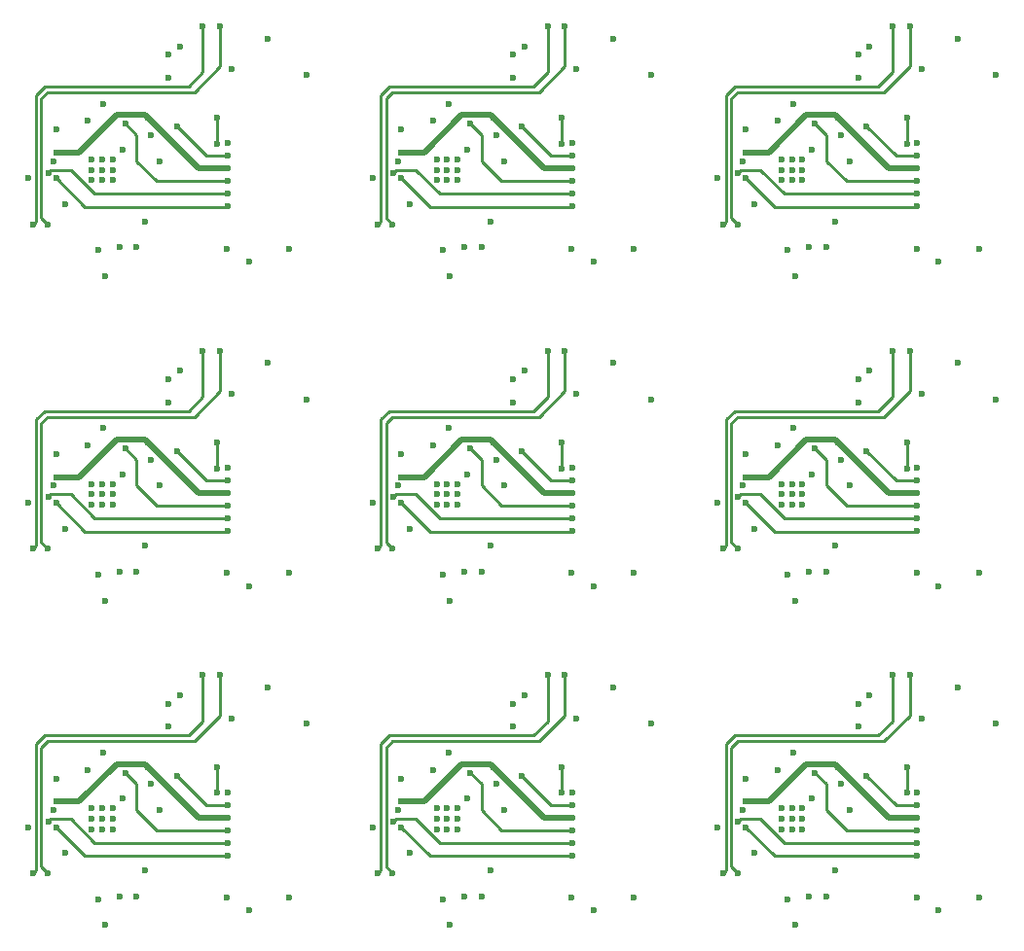
<source format=gbl>
%FSLAX46Y46*%
%MOMM*%
%ADD10C,0.250000*%
%ADD11C,0.500000*%
%AMPS12*
1,1,0.600000,0.000000,0.000000*
%
%ADD12PS12*%
G01*
%LPD*%
G01*
%LPD*%
D10*
X47305000Y42445000D02*
X49150000Y42445000D01*
D11*
X46655000Y41345000D02*
X49150000Y41345000D01*
D11*
X39500000Y46000000D02*
X36250000Y42750000D01*
D10*
X47000000Y49750000D02*
X47000000Y53750000D01*
D10*
X44750000Y45000000D02*
X47305000Y42445000D01*
D10*
X41250000Y44250000D02*
X41250000Y42000000D01*
D10*
X41250000Y42000000D02*
X43000000Y40250000D01*
D10*
X37605000Y39145000D02*
X35500000Y41250000D01*
D10*
X48500000Y50250000D02*
X48500000Y53750000D01*
D10*
X34250000Y40500000D02*
X36750000Y38000000D01*
D11*
X36250000Y42750000D02*
X34250000Y42750000D01*
D10*
X43000000Y40250000D02*
X49150000Y40250000D01*
D10*
X48250000Y45750000D02*
X48250000Y43500000D01*
D10*
X33799989Y41250000D02*
X33549989Y41000000D01*
D10*
X45750000Y48500000D02*
X47000000Y49750000D01*
D10*
X32500000Y47750000D02*
X33250000Y48500000D01*
D10*
X36750000Y38000000D02*
X49105000Y38000000D01*
D10*
X49105000Y38000000D02*
X49150000Y38045000D01*
D10*
X33500000Y36500000D02*
X32944989Y37055011D01*
D11*
X42250000Y45750000D02*
X46655000Y41345000D01*
D10*
X32500000Y36750000D02*
X32500000Y47750000D01*
D10*
X33250000Y48500000D02*
X45750000Y48500000D01*
D10*
X46250000Y48000000D02*
X48500000Y50250000D01*
D11*
X39500000Y46000000D02*
X42000000Y46000000D01*
D10*
X32944989Y37055011D02*
X32944989Y47444989D01*
D10*
X32944989Y47444989D02*
X33500000Y48000000D01*
D10*
X32250000Y36500000D02*
X32500000Y36750000D01*
D10*
X33500000Y48000000D02*
X46250000Y48000000D01*
D10*
X40250000Y45250000D02*
X41250000Y44250000D01*
D10*
X35500000Y41250000D02*
X33799989Y41250000D01*
D10*
X49150000Y39145000D02*
X37605000Y39145000D01*
D11*
X42000000Y46000000D02*
X42250000Y45750000D01*
D10*
X77305000Y42445000D02*
X79150000Y42445000D01*
D11*
X76655000Y41345000D02*
X79150000Y41345000D01*
D11*
X69500000Y46000000D02*
X66250000Y42750000D01*
D10*
X77000000Y49750000D02*
X77000000Y53750000D01*
D10*
X74750000Y45000000D02*
X77305000Y42445000D01*
D10*
X71250000Y44250000D02*
X71250000Y42000000D01*
D10*
X71250000Y42000000D02*
X73000000Y40250000D01*
D10*
X67605000Y39145000D02*
X65500000Y41250000D01*
D10*
X78500000Y50250000D02*
X78500000Y53750000D01*
D10*
X64250000Y40500000D02*
X66750000Y38000000D01*
D11*
X66250000Y42750000D02*
X64250000Y42750000D01*
D10*
X73000000Y40250000D02*
X79150000Y40250000D01*
D10*
X78250000Y45750000D02*
X78250000Y43500000D01*
D10*
X63799989Y41250000D02*
X63549989Y41000000D01*
D10*
X75750000Y48500000D02*
X77000000Y49750000D01*
D10*
X62500000Y47750000D02*
X63250000Y48500000D01*
D10*
X66750000Y38000000D02*
X79105000Y38000000D01*
D10*
X79105000Y38000000D02*
X79150000Y38045000D01*
D10*
X63500000Y36500000D02*
X62944989Y37055011D01*
D11*
X72250000Y45750000D02*
X76655000Y41345000D01*
D10*
X62500000Y36750000D02*
X62500000Y47750000D01*
D10*
X63250000Y48500000D02*
X75750000Y48500000D01*
D10*
X76250000Y48000000D02*
X78500000Y50250000D01*
D11*
X69500000Y46000000D02*
X72000000Y46000000D01*
D10*
X62944989Y37055011D02*
X62944989Y47444989D01*
D10*
X62944989Y47444989D02*
X63500000Y48000000D01*
D10*
X62250000Y36500000D02*
X62500000Y36750000D01*
D10*
X63500000Y48000000D02*
X76250000Y48000000D01*
D10*
X70250000Y45250000D02*
X71250000Y44250000D01*
D10*
X65500000Y41250000D02*
X63799989Y41250000D01*
D10*
X79150000Y39145000D02*
X67605000Y39145000D01*
D11*
X72000000Y46000000D02*
X72250000Y45750000D01*
D10*
X77305000Y14195000D02*
X79150000Y14195000D01*
D11*
X76655000Y13095000D02*
X79150000Y13095000D01*
D11*
X69500000Y17750000D02*
X66250000Y14500000D01*
D10*
X77000000Y21500000D02*
X77000000Y25500000D01*
D10*
X74750000Y16750000D02*
X77305000Y14195000D01*
D10*
X71250000Y16000000D02*
X71250000Y13750000D01*
D10*
X71250000Y13750000D02*
X73000000Y12000000D01*
D10*
X67605000Y10895000D02*
X65500000Y13000000D01*
D10*
X78500000Y22000000D02*
X78500000Y25500000D01*
D10*
X64250000Y12250000D02*
X66750000Y9750000D01*
D11*
X66250000Y14500000D02*
X64250000Y14500000D01*
D10*
X73000000Y12000000D02*
X79150000Y12000000D01*
D10*
X78250000Y17500000D02*
X78250000Y15250000D01*
D10*
X63799989Y13000000D02*
X63549989Y12750000D01*
D10*
X75750000Y20250000D02*
X77000000Y21500000D01*
D10*
X62500000Y19500000D02*
X63250000Y20250000D01*
D10*
X66750000Y9750000D02*
X79105000Y9750000D01*
D10*
X79105000Y9750000D02*
X79150000Y9795000D01*
D10*
X63500000Y8250000D02*
X62944989Y8805011D01*
D11*
X72250000Y17500000D02*
X76655000Y13095000D01*
D10*
X62500000Y8500000D02*
X62500000Y19500000D01*
D10*
X63250000Y20250000D02*
X75750000Y20250000D01*
D10*
X76250000Y19750000D02*
X78500000Y22000000D01*
D11*
X69500000Y17750000D02*
X72000000Y17750000D01*
D10*
X62944989Y8805011D02*
X62944989Y19194989D01*
D10*
X62944989Y19194989D02*
X63500000Y19750000D01*
D10*
X62250000Y8250000D02*
X62500000Y8500000D01*
D10*
X63500000Y19750000D02*
X76250000Y19750000D01*
D10*
X70250000Y17000000D02*
X71250000Y16000000D01*
D10*
X65500000Y13000000D02*
X63799989Y13000000D01*
D10*
X79150000Y10895000D02*
X67605000Y10895000D01*
D11*
X72000000Y17750000D02*
X72250000Y17500000D01*
D10*
X47305000Y70695000D02*
X49150000Y70695000D01*
D11*
X46655000Y69595000D02*
X49150000Y69595000D01*
D11*
X39500000Y74250000D02*
X36250000Y71000000D01*
D10*
X47000000Y78000000D02*
X47000000Y82000000D01*
D10*
X44750000Y73250000D02*
X47305000Y70695000D01*
D10*
X41250000Y72500000D02*
X41250000Y70250000D01*
D10*
X41250000Y70250000D02*
X43000000Y68500000D01*
D10*
X37605000Y67395000D02*
X35500000Y69500000D01*
D10*
X48500000Y78500000D02*
X48500000Y82000000D01*
D10*
X34250000Y68750000D02*
X36750000Y66250000D01*
D11*
X36250000Y71000000D02*
X34250000Y71000000D01*
D10*
X43000000Y68500000D02*
X49150000Y68500000D01*
D10*
X48250000Y74000000D02*
X48250000Y71750000D01*
D10*
X33799989Y69500000D02*
X33549989Y69250000D01*
D10*
X45750000Y76750000D02*
X47000000Y78000000D01*
D10*
X32500000Y76000000D02*
X33250000Y76750000D01*
D10*
X36750000Y66250000D02*
X49105000Y66250000D01*
D10*
X49105000Y66250000D02*
X49150000Y66295000D01*
D10*
X33500000Y64750000D02*
X32944989Y65305011D01*
D11*
X42250000Y74000000D02*
X46655000Y69595000D01*
D10*
X32500000Y65000000D02*
X32500000Y76000000D01*
D10*
X33250000Y76750000D02*
X45750000Y76750000D01*
D10*
X46250000Y76250000D02*
X48500000Y78500000D01*
D11*
X39500000Y74250000D02*
X42000000Y74250000D01*
D10*
X32944989Y65305011D02*
X32944989Y75694989D01*
D10*
X32944989Y75694989D02*
X33500000Y76250000D01*
D10*
X32250000Y64750000D02*
X32500000Y65000000D01*
D10*
X33500000Y76250000D02*
X46250000Y76250000D01*
D10*
X40250000Y73500000D02*
X41250000Y72500000D01*
D10*
X35500000Y69500000D02*
X33799989Y69500000D01*
D10*
X49150000Y67395000D02*
X37605000Y67395000D01*
D11*
X42000000Y74250000D02*
X42250000Y74000000D01*
D10*
X17305000Y70695000D02*
X19150000Y70695000D01*
D11*
X16655000Y69595000D02*
X19150000Y69595000D01*
D11*
X9500000Y74250000D02*
X6250000Y71000000D01*
D10*
X17000000Y78000000D02*
X17000000Y82000000D01*
D10*
X14750000Y73250000D02*
X17305000Y70695000D01*
D10*
X11250000Y72500000D02*
X11250000Y70250000D01*
D10*
X11250000Y70250000D02*
X13000000Y68500000D01*
D10*
X7605000Y67395000D02*
X5500000Y69500000D01*
D10*
X18500000Y78500000D02*
X18500000Y82000000D01*
D10*
X4250000Y68750000D02*
X6750000Y66250000D01*
D11*
X6250000Y71000000D02*
X4250000Y71000000D01*
D10*
X13000000Y68500000D02*
X19150000Y68500000D01*
D10*
X18250000Y74000000D02*
X18250000Y71750000D01*
D10*
X3799989Y69500000D02*
X3549989Y69250000D01*
D10*
X15750000Y76750000D02*
X17000000Y78000000D01*
D10*
X2500000Y76000000D02*
X3250000Y76750000D01*
D10*
X6750000Y66250000D02*
X19105000Y66250000D01*
D10*
X19105000Y66250000D02*
X19150000Y66295000D01*
D10*
X3500000Y64750000D02*
X2944989Y65305011D01*
D11*
X12250000Y74000000D02*
X16655000Y69595000D01*
D10*
X2500000Y65000000D02*
X2500000Y76000000D01*
D10*
X3250000Y76750000D02*
X15750000Y76750000D01*
D10*
X16250000Y76250000D02*
X18500000Y78500000D01*
D11*
X9500000Y74250000D02*
X12000000Y74250000D01*
D10*
X2944989Y65305011D02*
X2944989Y75694989D01*
D10*
X2944989Y75694989D02*
X3500000Y76250000D01*
D10*
X2250000Y64750000D02*
X2500000Y65000000D01*
D10*
X3500000Y76250000D02*
X16250000Y76250000D01*
D10*
X10250000Y73500000D02*
X11250000Y72500000D01*
D10*
X5500000Y69500000D02*
X3799989Y69500000D01*
D10*
X19150000Y67395000D02*
X7605000Y67395000D01*
D11*
X12000000Y74250000D02*
X12250000Y74000000D01*
D10*
X17305000Y42445000D02*
X19150000Y42445000D01*
D11*
X16655000Y41345000D02*
X19150000Y41345000D01*
D11*
X9500000Y46000000D02*
X6250000Y42750000D01*
D10*
X17000000Y49750000D02*
X17000000Y53750000D01*
D10*
X14750000Y45000000D02*
X17305000Y42445000D01*
D10*
X11250000Y44250000D02*
X11250000Y42000000D01*
D10*
X11250000Y42000000D02*
X13000000Y40250000D01*
D10*
X7605000Y39145000D02*
X5500000Y41250000D01*
D10*
X18500000Y50250000D02*
X18500000Y53750000D01*
D10*
X4250000Y40500000D02*
X6750000Y38000000D01*
D11*
X6250000Y42750000D02*
X4250000Y42750000D01*
D10*
X13000000Y40250000D02*
X19150000Y40250000D01*
D10*
X18250000Y45750000D02*
X18250000Y43500000D01*
D10*
X3799989Y41250000D02*
X3549989Y41000000D01*
D10*
X15750000Y48500000D02*
X17000000Y49750000D01*
D10*
X2500000Y47750000D02*
X3250000Y48500000D01*
D10*
X6750000Y38000000D02*
X19105000Y38000000D01*
D10*
X19105000Y38000000D02*
X19150000Y38045000D01*
D10*
X3500000Y36500000D02*
X2944989Y37055011D01*
D11*
X12250000Y45750000D02*
X16655000Y41345000D01*
D10*
X2500000Y36750000D02*
X2500000Y47750000D01*
D10*
X3250000Y48500000D02*
X15750000Y48500000D01*
D10*
X16250000Y48000000D02*
X18500000Y50250000D01*
D11*
X9500000Y46000000D02*
X12000000Y46000000D01*
D10*
X2944989Y37055011D02*
X2944989Y47444989D01*
D10*
X2944989Y47444989D02*
X3500000Y48000000D01*
D10*
X2250000Y36500000D02*
X2500000Y36750000D01*
D10*
X3500000Y48000000D02*
X16250000Y48000000D01*
D10*
X10250000Y45250000D02*
X11250000Y44250000D01*
D10*
X5500000Y41250000D02*
X3799989Y41250000D01*
D10*
X19150000Y39145000D02*
X7605000Y39145000D01*
D11*
X12000000Y46000000D02*
X12250000Y45750000D01*
D10*
X47305000Y14195000D02*
X49150000Y14195000D01*
D11*
X46655000Y13095000D02*
X49150000Y13095000D01*
D11*
X39500000Y17750000D02*
X36250000Y14500000D01*
D10*
X47000000Y21500000D02*
X47000000Y25500000D01*
D10*
X44750000Y16750000D02*
X47305000Y14195000D01*
D10*
X41250000Y16000000D02*
X41250000Y13750000D01*
D10*
X41250000Y13750000D02*
X43000000Y12000000D01*
D10*
X37605000Y10895000D02*
X35500000Y13000000D01*
D10*
X48500000Y22000000D02*
X48500000Y25500000D01*
D10*
X34250000Y12250000D02*
X36750000Y9750000D01*
D11*
X36250000Y14500000D02*
X34250000Y14500000D01*
D10*
X43000000Y12000000D02*
X49150000Y12000000D01*
D10*
X48250000Y17500000D02*
X48250000Y15250000D01*
D10*
X33799989Y13000000D02*
X33549989Y12750000D01*
D10*
X45750000Y20250000D02*
X47000000Y21500000D01*
D10*
X32500000Y19500000D02*
X33250000Y20250000D01*
D10*
X36750000Y9750000D02*
X49105000Y9750000D01*
D10*
X49105000Y9750000D02*
X49150000Y9795000D01*
D10*
X33500000Y8250000D02*
X32944989Y8805011D01*
D11*
X42250000Y17500000D02*
X46655000Y13095000D01*
D10*
X32500000Y8500000D02*
X32500000Y19500000D01*
D10*
X33250000Y20250000D02*
X45750000Y20250000D01*
D10*
X46250000Y19750000D02*
X48500000Y22000000D01*
D11*
X39500000Y17750000D02*
X42000000Y17750000D01*
D10*
X32944989Y8805011D02*
X32944989Y19194989D01*
D10*
X32944989Y19194989D02*
X33500000Y19750000D01*
D10*
X32250000Y8250000D02*
X32500000Y8500000D01*
D10*
X33500000Y19750000D02*
X46250000Y19750000D01*
D10*
X40250000Y17000000D02*
X41250000Y16000000D01*
D10*
X35500000Y13000000D02*
X33799989Y13000000D01*
D10*
X49150000Y10895000D02*
X37605000Y10895000D01*
D11*
X42000000Y17750000D02*
X42250000Y17500000D01*
D10*
X17305000Y14195000D02*
X19150000Y14195000D01*
D11*
X16655000Y13095000D02*
X19150000Y13095000D01*
D11*
X9500000Y17750000D02*
X6250000Y14500000D01*
D10*
X17000000Y21500000D02*
X17000000Y25500000D01*
D10*
X14750000Y16750000D02*
X17305000Y14195000D01*
D10*
X11250000Y16000000D02*
X11250000Y13750000D01*
D10*
X11250000Y13750000D02*
X13000000Y12000000D01*
D10*
X7605000Y10895000D02*
X5500000Y13000000D01*
D10*
X18500000Y22000000D02*
X18500000Y25500000D01*
D10*
X4250000Y12250000D02*
X6750000Y9750000D01*
D11*
X6250000Y14500000D02*
X4250000Y14500000D01*
D10*
X13000000Y12000000D02*
X19150000Y12000000D01*
D10*
X18250000Y17500000D02*
X18250000Y15250000D01*
D10*
X3799989Y13000000D02*
X3549989Y12750000D01*
D10*
X15750000Y20250000D02*
X17000000Y21500000D01*
D10*
X2500000Y19500000D02*
X3250000Y20250000D01*
D10*
X6750000Y9750000D02*
X19105000Y9750000D01*
D10*
X19105000Y9750000D02*
X19150000Y9795000D01*
D10*
X3500000Y8250000D02*
X2944989Y8805011D01*
D11*
X12250000Y17500000D02*
X16655000Y13095000D01*
D10*
X2500000Y8500000D02*
X2500000Y19500000D01*
D10*
X3250000Y20250000D02*
X15750000Y20250000D01*
D10*
X16250000Y19750000D02*
X18500000Y22000000D01*
D11*
X9500000Y17750000D02*
X12000000Y17750000D01*
D10*
X2944989Y8805011D02*
X2944989Y19194989D01*
D10*
X2944989Y19194989D02*
X3500000Y19750000D01*
D10*
X2250000Y8250000D02*
X2500000Y8500000D01*
D10*
X3500000Y19750000D02*
X16250000Y19750000D01*
D10*
X10250000Y17000000D02*
X11250000Y16000000D01*
D10*
X5500000Y13000000D02*
X3799989Y13000000D01*
D10*
X19150000Y10895000D02*
X7605000Y10895000D01*
D11*
X12000000Y17750000D02*
X12250000Y17500000D01*
D10*
X77305000Y70695000D02*
X79150000Y70695000D01*
D11*
X76655000Y69595000D02*
X79150000Y69595000D01*
D11*
X69500000Y74250000D02*
X66250000Y71000000D01*
D10*
X77000000Y78000000D02*
X77000000Y82000000D01*
D10*
X74750000Y73250000D02*
X77305000Y70695000D01*
D10*
X71250000Y72500000D02*
X71250000Y70250000D01*
D10*
X71250000Y70250000D02*
X73000000Y68500000D01*
D10*
X67605000Y67395000D02*
X65500000Y69500000D01*
D10*
X78500000Y78500000D02*
X78500000Y82000000D01*
D10*
X64250000Y68750000D02*
X66750000Y66250000D01*
D11*
X66250000Y71000000D02*
X64250000Y71000000D01*
D10*
X73000000Y68500000D02*
X79150000Y68500000D01*
D10*
X78250000Y74000000D02*
X78250000Y71750000D01*
D10*
X63799989Y69500000D02*
X63549989Y69250000D01*
D10*
X75750000Y76750000D02*
X77000000Y78000000D01*
D10*
X62500000Y76000000D02*
X63250000Y76750000D01*
D10*
X66750000Y66250000D02*
X79105000Y66250000D01*
D10*
X79105000Y66250000D02*
X79150000Y66295000D01*
D10*
X63500000Y64750000D02*
X62944989Y65305011D01*
D11*
X72250000Y74000000D02*
X76655000Y69595000D01*
D10*
X62500000Y65000000D02*
X62500000Y76000000D01*
D10*
X63250000Y76750000D02*
X75750000Y76750000D01*
D10*
X76250000Y76250000D02*
X78500000Y78500000D01*
D11*
X69500000Y74250000D02*
X72000000Y74250000D01*
D10*
X62944989Y65305011D02*
X62944989Y75694989D01*
D10*
X62944989Y75694989D02*
X63500000Y76250000D01*
D10*
X62250000Y64750000D02*
X62500000Y65000000D01*
D10*
X63500000Y76250000D02*
X76250000Y76250000D01*
D10*
X70250000Y73500000D02*
X71250000Y72500000D01*
D10*
X65500000Y69500000D02*
X63799989Y69500000D01*
D10*
X79150000Y67395000D02*
X67605000Y67395000D01*
D11*
X72000000Y74250000D02*
X72250000Y74000000D01*
G75*
D12*
X48250000Y43500000D03*
D12*
X51000000Y33250000D03*
D12*
X38250000Y42150000D03*
D12*
X49150000Y42445000D03*
D12*
X39150000Y40350000D03*
D12*
X47000000Y53750000D03*
D12*
X48500000Y53750000D03*
D12*
X34250000Y42750000D03*
D12*
X40000000Y43000000D03*
D12*
X34250000Y40500000D03*
D12*
X33549989Y41000000D03*
D12*
X44000000Y49250000D03*
D12*
X56000000Y49500000D03*
D12*
X37895000Y34250000D03*
D12*
X38500000Y32000000D03*
D12*
X48250000Y45750000D03*
D12*
X39150000Y41250000D03*
D12*
X49500000Y50000000D03*
D12*
X42000000Y36750000D03*
D12*
X37350000Y40350000D03*
D12*
X43250000Y42000000D03*
D12*
X40250000Y45250000D03*
D12*
X38250000Y41250000D03*
D12*
X42250000Y45750000D03*
D12*
X39150000Y42150000D03*
D12*
X35000000Y38250000D03*
D12*
X31780025Y40500000D03*
D12*
X34250000Y44750000D03*
D12*
X42500000Y44250000D03*
D12*
X39750000Y34500000D03*
D12*
X37000000Y45500000D03*
D12*
X38250000Y40350000D03*
D12*
X54500000Y34375000D03*
D12*
X37350000Y41250000D03*
D12*
X38375000Y47000000D03*
D12*
X49150000Y43545000D03*
D12*
X49100000Y34375000D03*
D12*
X49150000Y38045000D03*
D12*
X45000000Y52000000D03*
D12*
X34000000Y42000000D03*
D12*
X49150000Y41345000D03*
D12*
X49150000Y39145000D03*
D12*
X49150000Y40250000D03*
D12*
X33500000Y36500000D03*
D12*
X44750000Y45000000D03*
D12*
X41250000Y34500000D03*
D12*
X52674944Y52675008D03*
D12*
X32250000Y36500000D03*
D12*
X37350000Y42150000D03*
D12*
X44000000Y51250000D03*
D12*
X78250000Y43500000D03*
D12*
X81000000Y33250000D03*
D12*
X68250000Y42150000D03*
D12*
X79150000Y42445000D03*
D12*
X69150000Y40350000D03*
D12*
X77000000Y53750000D03*
D12*
X78500000Y53750000D03*
D12*
X64250000Y42750000D03*
D12*
X70000000Y43000000D03*
D12*
X64250000Y40500000D03*
D12*
X63549989Y41000000D03*
D12*
X74000000Y49250000D03*
D12*
X86000000Y49500000D03*
D12*
X67895000Y34250000D03*
D12*
X68500000Y32000000D03*
D12*
X78250000Y45750000D03*
D12*
X69150000Y41250000D03*
D12*
X79500000Y50000000D03*
D12*
X72000000Y36750000D03*
D12*
X67350000Y40350000D03*
D12*
X73250000Y42000000D03*
D12*
X70250000Y45250000D03*
D12*
X68250000Y41250000D03*
D12*
X72250000Y45750000D03*
D12*
X69150000Y42150000D03*
D12*
X65000000Y38250000D03*
D12*
X61780025Y40500000D03*
D12*
X64250000Y44750000D03*
D12*
X72500000Y44250000D03*
D12*
X69750000Y34500000D03*
D12*
X67000000Y45500000D03*
D12*
X68250000Y40350000D03*
D12*
X84500000Y34375000D03*
D12*
X67350000Y41250000D03*
D12*
X68375000Y47000000D03*
D12*
X79150000Y43545000D03*
D12*
X79100000Y34375000D03*
D12*
X79150000Y38045000D03*
D12*
X75000000Y52000000D03*
D12*
X64000000Y42000000D03*
D12*
X79150000Y41345000D03*
D12*
X79150000Y39145000D03*
D12*
X79150000Y40250000D03*
D12*
X63500000Y36500000D03*
D12*
X74750000Y45000000D03*
D12*
X71250000Y34500000D03*
D12*
X82674944Y52675008D03*
D12*
X62250000Y36500000D03*
D12*
X67350000Y42150000D03*
D12*
X74000000Y51250000D03*
D12*
X78250000Y15250000D03*
D12*
X81000000Y5000000D03*
D12*
X68250000Y13900000D03*
D12*
X79150000Y14195000D03*
D12*
X69150000Y12100000D03*
D12*
X77000000Y25500000D03*
D12*
X78500000Y25500000D03*
D12*
X64250000Y14500000D03*
D12*
X70000000Y14750000D03*
D12*
X64250000Y12250000D03*
D12*
X63549989Y12750000D03*
D12*
X74000000Y21000000D03*
D12*
X86000000Y21250000D03*
D12*
X67895000Y6000000D03*
D12*
X68500000Y3750000D03*
D12*
X78250000Y17500000D03*
D12*
X69150000Y13000000D03*
D12*
X79500000Y21750000D03*
D12*
X72000000Y8500000D03*
D12*
X67350000Y12100000D03*
D12*
X73250000Y13750000D03*
D12*
X70250000Y17000000D03*
D12*
X68250000Y13000000D03*
D12*
X72250000Y17500000D03*
D12*
X69150000Y13900000D03*
D12*
X65000000Y10000000D03*
D12*
X61780025Y12250000D03*
D12*
X64250000Y16500000D03*
D12*
X72500000Y16000000D03*
D12*
X69750000Y6250000D03*
D12*
X67000000Y17250000D03*
D12*
X68250000Y12100000D03*
D12*
X84500000Y6125000D03*
D12*
X67350000Y13000000D03*
D12*
X68375000Y18750000D03*
D12*
X79150000Y15295000D03*
D12*
X79100000Y6125000D03*
D12*
X79150000Y9795000D03*
D12*
X75000000Y23750000D03*
D12*
X64000000Y13750000D03*
D12*
X79150000Y13095000D03*
D12*
X79150000Y10895000D03*
D12*
X79150000Y12000000D03*
D12*
X63500000Y8250000D03*
D12*
X74750000Y16750000D03*
D12*
X71250000Y6250000D03*
D12*
X82674944Y24425008D03*
D12*
X62250000Y8250000D03*
D12*
X67350000Y13900000D03*
D12*
X74000000Y23000000D03*
D12*
X48250000Y71750000D03*
D12*
X51000000Y61500000D03*
D12*
X38250000Y70400000D03*
D12*
X49150000Y70695000D03*
D12*
X39150000Y68600000D03*
D12*
X47000000Y82000000D03*
D12*
X48500000Y82000000D03*
D12*
X34250000Y71000000D03*
D12*
X40000000Y71250000D03*
D12*
X34250000Y68750000D03*
D12*
X33549989Y69250000D03*
D12*
X44000000Y77500000D03*
D12*
X56000000Y77750000D03*
D12*
X37895000Y62500000D03*
D12*
X38500000Y60250000D03*
D12*
X48250000Y74000000D03*
D12*
X39150000Y69500000D03*
D12*
X49500000Y78250000D03*
D12*
X42000000Y65000000D03*
D12*
X37350000Y68600000D03*
D12*
X43250000Y70250000D03*
D12*
X40250000Y73500000D03*
D12*
X38250000Y69500000D03*
D12*
X42250000Y74000000D03*
D12*
X39150000Y70400000D03*
D12*
X35000000Y66500000D03*
D12*
X31780025Y68750000D03*
D12*
X34250000Y73000000D03*
D12*
X42500000Y72500000D03*
D12*
X39750000Y62750000D03*
D12*
X37000000Y73750000D03*
D12*
X38250000Y68600000D03*
D12*
X54500000Y62625000D03*
D12*
X37350000Y69500000D03*
D12*
X38375000Y75250000D03*
D12*
X49150000Y71795000D03*
D12*
X49100000Y62625000D03*
D12*
X49150000Y66295000D03*
D12*
X45000000Y80250000D03*
D12*
X34000000Y70250000D03*
D12*
X49150000Y69595000D03*
D12*
X49150000Y67395000D03*
D12*
X49150000Y68500000D03*
D12*
X33500000Y64750000D03*
D12*
X44750000Y73250000D03*
D12*
X41250000Y62750000D03*
D12*
X52674944Y80925008D03*
D12*
X32250000Y64750000D03*
D12*
X37350000Y70400000D03*
D12*
X44000000Y79500000D03*
D12*
X18250000Y71750000D03*
D12*
X21000000Y61500000D03*
D12*
X8250000Y70400000D03*
D12*
X19150000Y70695000D03*
D12*
X9150000Y68600000D03*
D12*
X17000000Y82000000D03*
D12*
X18500000Y82000000D03*
D12*
X4250000Y71000000D03*
D12*
X10000000Y71250000D03*
D12*
X4250000Y68750000D03*
D12*
X3549989Y69250000D03*
D12*
X14000000Y77500000D03*
D12*
X26000000Y77750000D03*
D12*
X7895000Y62500000D03*
D12*
X8500000Y60250000D03*
D12*
X18250000Y74000000D03*
D12*
X9150000Y69500000D03*
D12*
X19500000Y78250000D03*
D12*
X12000000Y65000000D03*
D12*
X7350000Y68600000D03*
D12*
X13250000Y70250000D03*
D12*
X10250000Y73500000D03*
D12*
X8250000Y69500000D03*
D12*
X12250000Y74000000D03*
D12*
X9150000Y70400000D03*
D12*
X5000000Y66500000D03*
D12*
X1780025Y68750000D03*
D12*
X4250000Y73000000D03*
D12*
X12500000Y72500000D03*
D12*
X9750000Y62750000D03*
D12*
X7000000Y73750000D03*
D12*
X8250000Y68600000D03*
D12*
X24500000Y62625000D03*
D12*
X7350000Y69500000D03*
D12*
X8375000Y75250000D03*
D12*
X19150000Y71795000D03*
D12*
X19100000Y62625000D03*
D12*
X19150000Y66295000D03*
D12*
X15000000Y80250000D03*
D12*
X4000000Y70250000D03*
D12*
X19150000Y69595000D03*
D12*
X19150000Y67395000D03*
D12*
X19150000Y68500000D03*
D12*
X3500000Y64750000D03*
D12*
X14750000Y73250000D03*
D12*
X11250000Y62750000D03*
D12*
X22674944Y80925008D03*
D12*
X2250000Y64750000D03*
D12*
X7350000Y70400000D03*
D12*
X14000000Y79500000D03*
D12*
X18250000Y43500000D03*
D12*
X21000000Y33250000D03*
D12*
X8250000Y42150000D03*
D12*
X19150000Y42445000D03*
D12*
X9150000Y40350000D03*
D12*
X17000000Y53750000D03*
D12*
X18500000Y53750000D03*
D12*
X4250000Y42750000D03*
D12*
X10000000Y43000000D03*
D12*
X4250000Y40500000D03*
D12*
X3549989Y41000000D03*
D12*
X14000000Y49250000D03*
D12*
X26000000Y49500000D03*
D12*
X7895000Y34250000D03*
D12*
X8500000Y32000000D03*
D12*
X18250000Y45750000D03*
D12*
X9150000Y41250000D03*
D12*
X19500000Y50000000D03*
D12*
X12000000Y36750000D03*
D12*
X7350000Y40350000D03*
D12*
X13250000Y42000000D03*
D12*
X10250000Y45250000D03*
D12*
X8250000Y41250000D03*
D12*
X12250000Y45750000D03*
D12*
X9150000Y42150000D03*
D12*
X5000000Y38250000D03*
D12*
X1780025Y40500000D03*
D12*
X4250000Y44750000D03*
D12*
X12500000Y44250000D03*
D12*
X9750000Y34500000D03*
D12*
X7000000Y45500000D03*
D12*
X8250000Y40350000D03*
D12*
X24500000Y34375000D03*
D12*
X7350000Y41250000D03*
D12*
X8375000Y47000000D03*
D12*
X19150000Y43545000D03*
D12*
X19100000Y34375000D03*
D12*
X19150000Y38045000D03*
D12*
X15000000Y52000000D03*
D12*
X4000000Y42000000D03*
D12*
X19150000Y41345000D03*
D12*
X19150000Y39145000D03*
D12*
X19150000Y40250000D03*
D12*
X3500000Y36500000D03*
D12*
X14750000Y45000000D03*
D12*
X11250000Y34500000D03*
D12*
X22674944Y52675008D03*
D12*
X2250000Y36500000D03*
D12*
X7350000Y42150000D03*
D12*
X14000000Y51250000D03*
D12*
X48250000Y15250000D03*
D12*
X51000000Y5000000D03*
D12*
X38250000Y13900000D03*
D12*
X49150000Y14195000D03*
D12*
X39150000Y12100000D03*
D12*
X47000000Y25500000D03*
D12*
X48500000Y25500000D03*
D12*
X34250000Y14500000D03*
D12*
X40000000Y14750000D03*
D12*
X34250000Y12250000D03*
D12*
X33549989Y12750000D03*
D12*
X44000000Y21000000D03*
D12*
X56000000Y21250000D03*
D12*
X37895000Y6000000D03*
D12*
X38500000Y3750000D03*
D12*
X48250000Y17500000D03*
D12*
X39150000Y13000000D03*
D12*
X49500000Y21750000D03*
D12*
X42000000Y8500000D03*
D12*
X37350000Y12100000D03*
D12*
X43250000Y13750000D03*
D12*
X40250000Y17000000D03*
D12*
X38250000Y13000000D03*
D12*
X42250000Y17500000D03*
D12*
X39150000Y13900000D03*
D12*
X35000000Y10000000D03*
D12*
X31780025Y12250000D03*
D12*
X34250000Y16500000D03*
D12*
X42500000Y16000000D03*
D12*
X39750000Y6250000D03*
D12*
X37000000Y17250000D03*
D12*
X38250000Y12100000D03*
D12*
X54500000Y6125000D03*
D12*
X37350000Y13000000D03*
D12*
X38375000Y18750000D03*
D12*
X49150000Y15295000D03*
D12*
X49100000Y6125000D03*
D12*
X49150000Y9795000D03*
D12*
X45000000Y23750000D03*
D12*
X34000000Y13750000D03*
D12*
X49150000Y13095000D03*
D12*
X49150000Y10895000D03*
D12*
X49150000Y12000000D03*
D12*
X33500000Y8250000D03*
D12*
X44750000Y16750000D03*
D12*
X41250000Y6250000D03*
D12*
X52674944Y24425008D03*
D12*
X32250000Y8250000D03*
D12*
X37350000Y13900000D03*
D12*
X44000000Y23000000D03*
D12*
X18250000Y15250000D03*
D12*
X21000000Y5000000D03*
D12*
X8250000Y13900000D03*
D12*
X19150000Y14195000D03*
D12*
X9150000Y12100000D03*
D12*
X17000000Y25500000D03*
D12*
X18500000Y25500000D03*
D12*
X4250000Y14500000D03*
D12*
X10000000Y14750000D03*
D12*
X4250000Y12250000D03*
D12*
X3549989Y12750000D03*
D12*
X14000000Y21000000D03*
D12*
X26000000Y21250000D03*
D12*
X7895000Y6000000D03*
D12*
X8500000Y3750000D03*
D12*
X18250000Y17500000D03*
D12*
X9150000Y13000000D03*
D12*
X19500000Y21750000D03*
D12*
X12000000Y8500000D03*
D12*
X7350000Y12100000D03*
D12*
X13250000Y13750000D03*
D12*
X10250000Y17000000D03*
D12*
X8250000Y13000000D03*
D12*
X12250000Y17500000D03*
D12*
X9150000Y13900000D03*
D12*
X5000000Y10000000D03*
D12*
X1780025Y12250000D03*
D12*
X4250000Y16500000D03*
D12*
X12500000Y16000000D03*
D12*
X9750000Y6250000D03*
D12*
X7000000Y17250000D03*
D12*
X8250000Y12100000D03*
D12*
X24500000Y6125000D03*
D12*
X7350000Y13000000D03*
D12*
X8375000Y18750000D03*
D12*
X19150000Y15295000D03*
D12*
X19100000Y6125000D03*
D12*
X19150000Y9795000D03*
D12*
X15000000Y23750000D03*
D12*
X4000000Y13750000D03*
D12*
X19150000Y13095000D03*
D12*
X19150000Y10895000D03*
D12*
X19150000Y12000000D03*
D12*
X3500000Y8250000D03*
D12*
X14750000Y16750000D03*
D12*
X11250000Y6250000D03*
D12*
X22674944Y24425008D03*
D12*
X2250000Y8250000D03*
D12*
X7350000Y13900000D03*
D12*
X14000000Y23000000D03*
D12*
X78250000Y71750000D03*
D12*
X81000000Y61500000D03*
D12*
X68250000Y70400000D03*
D12*
X79150000Y70695000D03*
D12*
X69150000Y68600000D03*
D12*
X77000000Y82000000D03*
D12*
X78500000Y82000000D03*
D12*
X64250000Y71000000D03*
D12*
X70000000Y71250000D03*
D12*
X64250000Y68750000D03*
D12*
X63549989Y69250000D03*
D12*
X74000000Y77500000D03*
D12*
X86000000Y77750000D03*
D12*
X67895000Y62500000D03*
D12*
X68500000Y60250000D03*
D12*
X78250000Y74000000D03*
D12*
X69150000Y69500000D03*
D12*
X79500000Y78250000D03*
D12*
X72000000Y65000000D03*
D12*
X67350000Y68600000D03*
D12*
X73250000Y70250000D03*
D12*
X70250000Y73500000D03*
D12*
X68250000Y69500000D03*
D12*
X72250000Y74000000D03*
D12*
X69150000Y70400000D03*
D12*
X65000000Y66500000D03*
D12*
X61780025Y68750000D03*
D12*
X64250000Y73000000D03*
D12*
X72500000Y72500000D03*
D12*
X69750000Y62750000D03*
D12*
X67000000Y73750000D03*
D12*
X68250000Y68600000D03*
D12*
X84500000Y62625000D03*
D12*
X67350000Y69500000D03*
D12*
X68375000Y75250000D03*
D12*
X79150000Y71795000D03*
D12*
X79100000Y62625000D03*
D12*
X79150000Y66295000D03*
D12*
X75000000Y80250000D03*
D12*
X64000000Y70250000D03*
D12*
X79150000Y69595000D03*
D12*
X79150000Y67395000D03*
D12*
X79150000Y68500000D03*
D12*
X63500000Y64750000D03*
D12*
X74750000Y73250000D03*
D12*
X71250000Y62750000D03*
D12*
X82674944Y80925008D03*
D12*
X62250000Y64750000D03*
D12*
X67350000Y70400000D03*
D12*
X74000000Y79500000D03*
M02*

</source>
